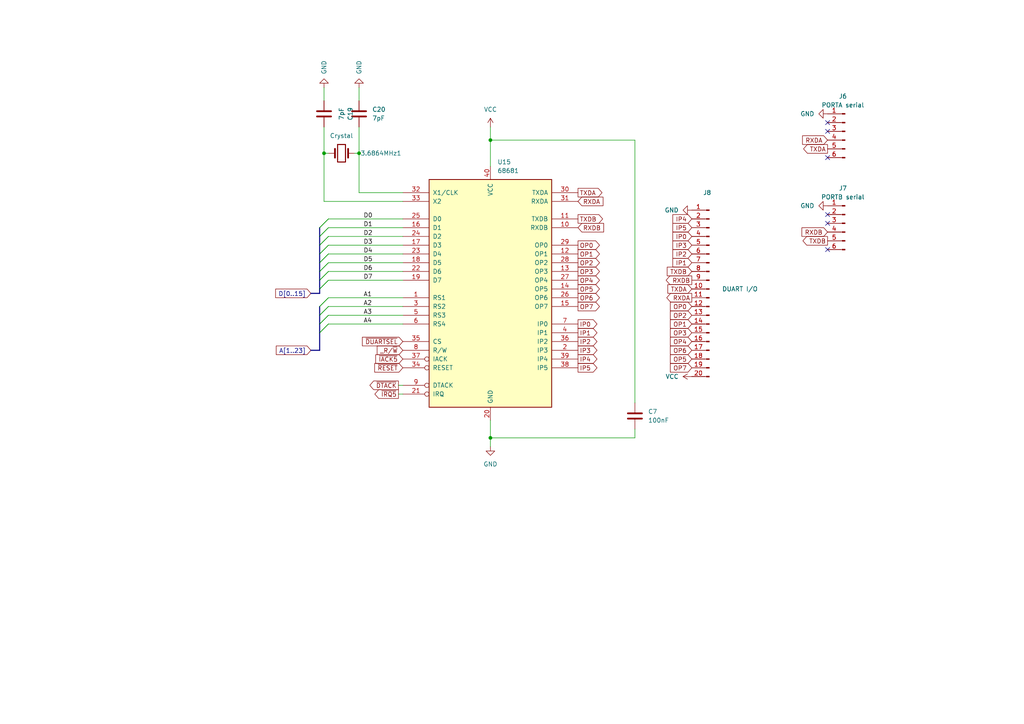
<source format=kicad_sch>
(kicad_sch (version 20230121) (generator eeschema)

  (uuid ed58ee71-e178-4887-af47-52c95b390a58)

  (paper "A4")

  (title_block
    (title "Mats Brorson 68010 SBC DUART 68681")
    (rev "1.0-alpha")
  )

  (lib_symbols
    (symbol "Connector:Conn_01x06_Pin" (pin_names (offset 1.016) hide) (in_bom yes) (on_board yes)
      (property "Reference" "J" (at 0 7.62 0)
        (effects (font (size 1.27 1.27)))
      )
      (property "Value" "Conn_01x06_Pin" (at 0 -10.16 0)
        (effects (font (size 1.27 1.27)))
      )
      (property "Footprint" "" (at 0 0 0)
        (effects (font (size 1.27 1.27)) hide)
      )
      (property "Datasheet" "~" (at 0 0 0)
        (effects (font (size 1.27 1.27)) hide)
      )
      (property "ki_locked" "" (at 0 0 0)
        (effects (font (size 1.27 1.27)))
      )
      (property "ki_keywords" "connector" (at 0 0 0)
        (effects (font (size 1.27 1.27)) hide)
      )
      (property "ki_description" "Generic connector, single row, 01x06, script generated" (at 0 0 0)
        (effects (font (size 1.27 1.27)) hide)
      )
      (property "ki_fp_filters" "Connector*:*_1x??_*" (at 0 0 0)
        (effects (font (size 1.27 1.27)) hide)
      )
      (symbol "Conn_01x06_Pin_1_1"
        (polyline
          (pts
            (xy 1.27 -7.62)
            (xy 0.8636 -7.62)
          )
          (stroke (width 0.1524) (type default))
          (fill (type none))
        )
        (polyline
          (pts
            (xy 1.27 -5.08)
            (xy 0.8636 -5.08)
          )
          (stroke (width 0.1524) (type default))
          (fill (type none))
        )
        (polyline
          (pts
            (xy 1.27 -2.54)
            (xy 0.8636 -2.54)
          )
          (stroke (width 0.1524) (type default))
          (fill (type none))
        )
        (polyline
          (pts
            (xy 1.27 0)
            (xy 0.8636 0)
          )
          (stroke (width 0.1524) (type default))
          (fill (type none))
        )
        (polyline
          (pts
            (xy 1.27 2.54)
            (xy 0.8636 2.54)
          )
          (stroke (width 0.1524) (type default))
          (fill (type none))
        )
        (polyline
          (pts
            (xy 1.27 5.08)
            (xy 0.8636 5.08)
          )
          (stroke (width 0.1524) (type default))
          (fill (type none))
        )
        (rectangle (start 0.8636 -7.493) (end 0 -7.747)
          (stroke (width 0.1524) (type default))
          (fill (type outline))
        )
        (rectangle (start 0.8636 -4.953) (end 0 -5.207)
          (stroke (width 0.1524) (type default))
          (fill (type outline))
        )
        (rectangle (start 0.8636 -2.413) (end 0 -2.667)
          (stroke (width 0.1524) (type default))
          (fill (type outline))
        )
        (rectangle (start 0.8636 0.127) (end 0 -0.127)
          (stroke (width 0.1524) (type default))
          (fill (type outline))
        )
        (rectangle (start 0.8636 2.667) (end 0 2.413)
          (stroke (width 0.1524) (type default))
          (fill (type outline))
        )
        (rectangle (start 0.8636 5.207) (end 0 4.953)
          (stroke (width 0.1524) (type default))
          (fill (type outline))
        )
        (pin passive line (at 5.08 5.08 180) (length 3.81)
          (name "Pin_1" (effects (font (size 1.27 1.27))))
          (number "1" (effects (font (size 1.27 1.27))))
        )
        (pin passive line (at 5.08 2.54 180) (length 3.81)
          (name "Pin_2" (effects (font (size 1.27 1.27))))
          (number "2" (effects (font (size 1.27 1.27))))
        )
        (pin passive line (at 5.08 0 180) (length 3.81)
          (name "Pin_3" (effects (font (size 1.27 1.27))))
          (number "3" (effects (font (size 1.27 1.27))))
        )
        (pin passive line (at 5.08 -2.54 180) (length 3.81)
          (name "Pin_4" (effects (font (size 1.27 1.27))))
          (number "4" (effects (font (size 1.27 1.27))))
        )
        (pin passive line (at 5.08 -5.08 180) (length 3.81)
          (name "Pin_5" (effects (font (size 1.27 1.27))))
          (number "5" (effects (font (size 1.27 1.27))))
        )
        (pin passive line (at 5.08 -7.62 180) (length 3.81)
          (name "Pin_6" (effects (font (size 1.27 1.27))))
          (number "6" (effects (font (size 1.27 1.27))))
        )
      )
    )
    (symbol "Connector:Conn_01x20_Pin" (pin_names (offset 1.016) hide) (in_bom yes) (on_board yes)
      (property "Reference" "J" (at 0 25.4 0)
        (effects (font (size 1.27 1.27)))
      )
      (property "Value" "Conn_01x20_Pin" (at 0 -27.94 0)
        (effects (font (size 1.27 1.27)))
      )
      (property "Footprint" "" (at 0 0 0)
        (effects (font (size 1.27 1.27)) hide)
      )
      (property "Datasheet" "~" (at 0 0 0)
        (effects (font (size 1.27 1.27)) hide)
      )
      (property "ki_locked" "" (at 0 0 0)
        (effects (font (size 1.27 1.27)))
      )
      (property "ki_keywords" "connector" (at 0 0 0)
        (effects (font (size 1.27 1.27)) hide)
      )
      (property "ki_description" "Generic connector, single row, 01x20, script generated" (at 0 0 0)
        (effects (font (size 1.27 1.27)) hide)
      )
      (property "ki_fp_filters" "Connector*:*_1x??_*" (at 0 0 0)
        (effects (font (size 1.27 1.27)) hide)
      )
      (symbol "Conn_01x20_Pin_1_1"
        (polyline
          (pts
            (xy 1.27 -25.4)
            (xy 0.8636 -25.4)
          )
          (stroke (width 0.1524) (type default))
          (fill (type none))
        )
        (polyline
          (pts
            (xy 1.27 -22.86)
            (xy 0.8636 -22.86)
          )
          (stroke (width 0.1524) (type default))
          (fill (type none))
        )
        (polyline
          (pts
            (xy 1.27 -20.32)
            (xy 0.8636 -20.32)
          )
          (stroke (width 0.1524) (type default))
          (fill (type none))
        )
        (polyline
          (pts
            (xy 1.27 -17.78)
            (xy 0.8636 -17.78)
          )
          (stroke (width 0.1524) (type default))
          (fill (type none))
        )
        (polyline
          (pts
            (xy 1.27 -15.24)
            (xy 0.8636 -15.24)
          )
          (stroke (width 0.1524) (type default))
          (fill (type none))
        )
        (polyline
          (pts
            (xy 1.27 -12.7)
            (xy 0.8636 -12.7)
          )
          (stroke (width 0.1524) (type default))
          (fill (type none))
        )
        (polyline
          (pts
            (xy 1.27 -10.16)
            (xy 0.8636 -10.16)
          )
          (stroke (width 0.1524) (type default))
          (fill (type none))
        )
        (polyline
          (pts
            (xy 1.27 -7.62)
            (xy 0.8636 -7.62)
          )
          (stroke (width 0.1524) (type default))
          (fill (type none))
        )
        (polyline
          (pts
            (xy 1.27 -5.08)
            (xy 0.8636 -5.08)
          )
          (stroke (width 0.1524) (type default))
          (fill (type none))
        )
        (polyline
          (pts
            (xy 1.27 -2.54)
            (xy 0.8636 -2.54)
          )
          (stroke (width 0.1524) (type default))
          (fill (type none))
        )
        (polyline
          (pts
            (xy 1.27 0)
            (xy 0.8636 0)
          )
          (stroke (width 0.1524) (type default))
          (fill (type none))
        )
        (polyline
          (pts
            (xy 1.27 2.54)
            (xy 0.8636 2.54)
          )
          (stroke (width 0.1524) (type default))
          (fill (type none))
        )
        (polyline
          (pts
            (xy 1.27 5.08)
            (xy 0.8636 5.08)
          )
          (stroke (width 0.1524) (type default))
          (fill (type none))
        )
        (polyline
          (pts
            (xy 1.27 7.62)
            (xy 0.8636 7.62)
          )
          (stroke (width 0.1524) (type default))
          (fill (type none))
        )
        (polyline
          (pts
            (xy 1.27 10.16)
            (xy 0.8636 10.16)
          )
          (stroke (width 0.1524) (type default))
          (fill (type none))
        )
        (polyline
          (pts
            (xy 1.27 12.7)
            (xy 0.8636 12.7)
          )
          (stroke (width 0.1524) (type default))
          (fill (type none))
        )
        (polyline
          (pts
            (xy 1.27 15.24)
            (xy 0.8636 15.24)
          )
          (stroke (width 0.1524) (type default))
          (fill (type none))
        )
        (polyline
          (pts
            (xy 1.27 17.78)
            (xy 0.8636 17.78)
          )
          (stroke (width 0.1524) (type default))
          (fill (type none))
        )
        (polyline
          (pts
            (xy 1.27 20.32)
            (xy 0.8636 20.32)
          )
          (stroke (width 0.1524) (type default))
          (fill (type none))
        )
        (polyline
          (pts
            (xy 1.27 22.86)
            (xy 0.8636 22.86)
          )
          (stroke (width 0.1524) (type default))
          (fill (type none))
        )
        (rectangle (start 0.8636 -25.273) (end 0 -25.527)
          (stroke (width 0.1524) (type default))
          (fill (type outline))
        )
        (rectangle (start 0.8636 -22.733) (end 0 -22.987)
          (stroke (width 0.1524) (type default))
          (fill (type outline))
        )
        (rectangle (start 0.8636 -20.193) (end 0 -20.447)
          (stroke (width 0.1524) (type default))
          (fill (type outline))
        )
        (rectangle (start 0.8636 -17.653) (end 0 -17.907)
          (stroke (width 0.1524) (type default))
          (fill (type outline))
        )
        (rectangle (start 0.8636 -15.113) (end 0 -15.367)
          (stroke (width 0.1524) (type default))
          (fill (type outline))
        )
        (rectangle (start 0.8636 -12.573) (end 0 -12.827)
          (stroke (width 0.1524) (type default))
          (fill (type outline))
        )
        (rectangle (start 0.8636 -10.033) (end 0 -10.287)
          (stroke (width 0.1524) (type default))
          (fill (type outline))
        )
        (rectangle (start 0.8636 -7.493) (end 0 -7.747)
          (stroke (width 0.1524) (type default))
          (fill (type outline))
        )
        (rectangle (start 0.8636 -4.953) (end 0 -5.207)
          (stroke (width 0.1524) (type default))
          (fill (type outline))
        )
        (rectangle (start 0.8636 -2.413) (end 0 -2.667)
          (stroke (width 0.1524) (type default))
          (fill (type outline))
        )
        (rectangle (start 0.8636 0.127) (end 0 -0.127)
          (stroke (width 0.1524) (type default))
          (fill (type outline))
        )
        (rectangle (start 0.8636 2.667) (end 0 2.413)
          (stroke (width 0.1524) (type default))
          (fill (type outline))
        )
        (rectangle (start 0.8636 5.207) (end 0 4.953)
          (stroke (width 0.1524) (type default))
          (fill (type outline))
        )
        (rectangle (start 0.8636 7.747) (end 0 7.493)
          (stroke (width 0.1524) (type default))
          (fill (type outline))
        )
        (rectangle (start 0.8636 10.287) (end 0 10.033)
          (stroke (width 0.1524) (type default))
          (fill (type outline))
        )
        (rectangle (start 0.8636 12.827) (end 0 12.573)
          (stroke (width 0.1524) (type default))
          (fill (type outline))
        )
        (rectangle (start 0.8636 15.367) (end 0 15.113)
          (stroke (width 0.1524) (type default))
          (fill (type outline))
        )
        (rectangle (start 0.8636 17.907) (end 0 17.653)
          (stroke (width 0.1524) (type default))
          (fill (type outline))
        )
        (rectangle (start 0.8636 20.447) (end 0 20.193)
          (stroke (width 0.1524) (type default))
          (fill (type outline))
        )
        (rectangle (start 0.8636 22.987) (end 0 22.733)
          (stroke (width 0.1524) (type default))
          (fill (type outline))
        )
        (pin passive line (at 5.08 22.86 180) (length 3.81)
          (name "Pin_1" (effects (font (size 1.27 1.27))))
          (number "1" (effects (font (size 1.27 1.27))))
        )
        (pin passive line (at 5.08 0 180) (length 3.81)
          (name "Pin_10" (effects (font (size 1.27 1.27))))
          (number "10" (effects (font (size 1.27 1.27))))
        )
        (pin passive line (at 5.08 -2.54 180) (length 3.81)
          (name "Pin_11" (effects (font (size 1.27 1.27))))
          (number "11" (effects (font (size 1.27 1.27))))
        )
        (pin passive line (at 5.08 -5.08 180) (length 3.81)
          (name "Pin_12" (effects (font (size 1.27 1.27))))
          (number "12" (effects (font (size 1.27 1.27))))
        )
        (pin passive line (at 5.08 -7.62 180) (length 3.81)
          (name "Pin_13" (effects (font (size 1.27 1.27))))
          (number "13" (effects (font (size 1.27 1.27))))
        )
        (pin passive line (at 5.08 -10.16 180) (length 3.81)
          (name "Pin_14" (effects (font (size 1.27 1.27))))
          (number "14" (effects (font (size 1.27 1.27))))
        )
        (pin passive line (at 5.08 -12.7 180) (length 3.81)
          (name "Pin_15" (effects (font (size 1.27 1.27))))
          (number "15" (effects (font (size 1.27 1.27))))
        )
        (pin passive line (at 5.08 -15.24 180) (length 3.81)
          (name "Pin_16" (effects (font (size 1.27 1.27))))
          (number "16" (effects (font (size 1.27 1.27))))
        )
        (pin passive line (at 5.08 -17.78 180) (length 3.81)
          (name "Pin_17" (effects (font (size 1.27 1.27))))
          (number "17" (effects (font (size 1.27 1.27))))
        )
        (pin passive line (at 5.08 -20.32 180) (length 3.81)
          (name "Pin_18" (effects (font (size 1.27 1.27))))
          (number "18" (effects (font (size 1.27 1.27))))
        )
        (pin passive line (at 5.08 -22.86 180) (length 3.81)
          (name "Pin_19" (effects (font (size 1.27 1.27))))
          (number "19" (effects (font (size 1.27 1.27))))
        )
        (pin passive line (at 5.08 20.32 180) (length 3.81)
          (name "Pin_2" (effects (font (size 1.27 1.27))))
          (number "2" (effects (font (size 1.27 1.27))))
        )
        (pin passive line (at 5.08 -25.4 180) (length 3.81)
          (name "Pin_20" (effects (font (size 1.27 1.27))))
          (number "20" (effects (font (size 1.27 1.27))))
        )
        (pin passive line (at 5.08 17.78 180) (length 3.81)
          (name "Pin_3" (effects (font (size 1.27 1.27))))
          (number "3" (effects (font (size 1.27 1.27))))
        )
        (pin passive line (at 5.08 15.24 180) (length 3.81)
          (name "Pin_4" (effects (font (size 1.27 1.27))))
          (number "4" (effects (font (size 1.27 1.27))))
        )
        (pin passive line (at 5.08 12.7 180) (length 3.81)
          (name "Pin_5" (effects (font (size 1.27 1.27))))
          (number "5" (effects (font (size 1.27 1.27))))
        )
        (pin passive line (at 5.08 10.16 180) (length 3.81)
          (name "Pin_6" (effects (font (size 1.27 1.27))))
          (number "6" (effects (font (size 1.27 1.27))))
        )
        (pin passive line (at 5.08 7.62 180) (length 3.81)
          (name "Pin_7" (effects (font (size 1.27 1.27))))
          (number "7" (effects (font (size 1.27 1.27))))
        )
        (pin passive line (at 5.08 5.08 180) (length 3.81)
          (name "Pin_8" (effects (font (size 1.27 1.27))))
          (number "8" (effects (font (size 1.27 1.27))))
        )
        (pin passive line (at 5.08 2.54 180) (length 3.81)
          (name "Pin_9" (effects (font (size 1.27 1.27))))
          (number "9" (effects (font (size 1.27 1.27))))
        )
      )
    )
    (symbol "Device:C" (pin_numbers hide) (pin_names (offset 0.254)) (in_bom yes) (on_board yes)
      (property "Reference" "C" (at 0.635 2.54 0)
        (effects (font (size 1.27 1.27)) (justify left))
      )
      (property "Value" "C" (at 0.635 -2.54 0)
        (effects (font (size 1.27 1.27)) (justify left))
      )
      (property "Footprint" "" (at 0.9652 -3.81 0)
        (effects (font (size 1.27 1.27)) hide)
      )
      (property "Datasheet" "~" (at 0 0 0)
        (effects (font (size 1.27 1.27)) hide)
      )
      (property "ki_keywords" "cap capacitor" (at 0 0 0)
        (effects (font (size 1.27 1.27)) hide)
      )
      (property "ki_description" "Unpolarized capacitor" (at 0 0 0)
        (effects (font (size 1.27 1.27)) hide)
      )
      (property "ki_fp_filters" "C_*" (at 0 0 0)
        (effects (font (size 1.27 1.27)) hide)
      )
      (symbol "C_0_1"
        (polyline
          (pts
            (xy -2.032 -0.762)
            (xy 2.032 -0.762)
          )
          (stroke (width 0.508) (type default))
          (fill (type none))
        )
        (polyline
          (pts
            (xy -2.032 0.762)
            (xy 2.032 0.762)
          )
          (stroke (width 0.508) (type default))
          (fill (type none))
        )
      )
      (symbol "C_1_1"
        (pin passive line (at 0 3.81 270) (length 2.794)
          (name "~" (effects (font (size 1.27 1.27))))
          (number "1" (effects (font (size 1.27 1.27))))
        )
        (pin passive line (at 0 -3.81 90) (length 2.794)
          (name "~" (effects (font (size 1.27 1.27))))
          (number "2" (effects (font (size 1.27 1.27))))
        )
      )
    )
    (symbol "Device:Crystal" (pin_numbers hide) (pin_names (offset 1.016) hide) (in_bom yes) (on_board yes)
      (property "Reference" "Y" (at 0 3.81 0)
        (effects (font (size 1.27 1.27)))
      )
      (property "Value" "Crystal" (at 0 -3.81 0)
        (effects (font (size 1.27 1.27)))
      )
      (property "Footprint" "" (at 0 0 0)
        (effects (font (size 1.27 1.27)) hide)
      )
      (property "Datasheet" "~" (at 0 0 0)
        (effects (font (size 1.27 1.27)) hide)
      )
      (property "ki_keywords" "quartz ceramic resonator oscillator" (at 0 0 0)
        (effects (font (size 1.27 1.27)) hide)
      )
      (property "ki_description" "Two pin crystal" (at 0 0 0)
        (effects (font (size 1.27 1.27)) hide)
      )
      (property "ki_fp_filters" "Crystal*" (at 0 0 0)
        (effects (font (size 1.27 1.27)) hide)
      )
      (symbol "Crystal_0_1"
        (rectangle (start -1.143 2.54) (end 1.143 -2.54)
          (stroke (width 0.3048) (type default))
          (fill (type none))
        )
        (polyline
          (pts
            (xy -2.54 0)
            (xy -1.905 0)
          )
          (stroke (width 0) (type default))
          (fill (type none))
        )
        (polyline
          (pts
            (xy -1.905 -1.27)
            (xy -1.905 1.27)
          )
          (stroke (width 0.508) (type default))
          (fill (type none))
        )
        (polyline
          (pts
            (xy 1.905 -1.27)
            (xy 1.905 1.27)
          )
          (stroke (width 0.508) (type default))
          (fill (type none))
        )
        (polyline
          (pts
            (xy 2.54 0)
            (xy 1.905 0)
          )
          (stroke (width 0) (type default))
          (fill (type none))
        )
      )
      (symbol "Crystal_1_1"
        (pin passive line (at -3.81 0 0) (length 1.27)
          (name "1" (effects (font (size 1.27 1.27))))
          (number "1" (effects (font (size 1.27 1.27))))
        )
        (pin passive line (at 3.81 0 180) (length 1.27)
          (name "2" (effects (font (size 1.27 1.27))))
          (number "2" (effects (font (size 1.27 1.27))))
        )
      )
    )
    (symbol "Interface:68681" (pin_names (offset 1.016)) (in_bom yes) (on_board yes)
      (property "Reference" "U" (at 0 3.81 0)
        (effects (font (size 1.27 1.27)))
      )
      (property "Value" "68681" (at 0 -2.54 0)
        (effects (font (size 1.27 1.27)))
      )
      (property "Footprint" "" (at 0 0 0)
        (effects (font (size 1.27 1.27)) hide)
      )
      (property "Datasheet" "" (at 0 0 0)
        (effects (font (size 1.27 1.27)) hide)
      )
      (property "ki_keywords" "MPRO" (at 0 0 0)
        (effects (font (size 1.27 1.27)) hide)
      )
      (property "ki_description" "Interface serie 2 voies + 1 port parallele" (at 0 0 0)
        (effects (font (size 1.27 1.27)) hide)
      )
      (symbol "68681_0_1"
        (rectangle (start -17.78 -31.75) (end 17.78 34.29)
          (stroke (width 0.254) (type default))
          (fill (type background))
        )
      )
      (symbol "68681_1_1"
        (pin input line (at -25.4 0 0) (length 7.62)
          (name "RS1" (effects (font (size 1.27 1.27))))
          (number "1" (effects (font (size 1.27 1.27))))
        )
        (pin input line (at 25.4 20.32 180) (length 7.62)
          (name "RXDB" (effects (font (size 1.27 1.27))))
          (number "10" (effects (font (size 1.27 1.27))))
        )
        (pin output line (at 25.4 22.86 180) (length 7.62)
          (name "TXDB" (effects (font (size 1.27 1.27))))
          (number "11" (effects (font (size 1.27 1.27))))
        )
        (pin output line (at 25.4 12.7 180) (length 7.62)
          (name "OP1" (effects (font (size 1.27 1.27))))
          (number "12" (effects (font (size 1.27 1.27))))
        )
        (pin output line (at 25.4 7.62 180) (length 7.62)
          (name "OP3" (effects (font (size 1.27 1.27))))
          (number "13" (effects (font (size 1.27 1.27))))
        )
        (pin output line (at 25.4 2.54 180) (length 7.62)
          (name "OP5" (effects (font (size 1.27 1.27))))
          (number "14" (effects (font (size 1.27 1.27))))
        )
        (pin output line (at 25.4 -2.54 180) (length 7.62)
          (name "OP7" (effects (font (size 1.27 1.27))))
          (number "15" (effects (font (size 1.27 1.27))))
        )
        (pin tri_state line (at -25.4 20.32 0) (length 7.62)
          (name "D1" (effects (font (size 1.27 1.27))))
          (number "16" (effects (font (size 1.27 1.27))))
        )
        (pin tri_state line (at -25.4 15.24 0) (length 7.62)
          (name "D3" (effects (font (size 1.27 1.27))))
          (number "17" (effects (font (size 1.27 1.27))))
        )
        (pin tri_state line (at -25.4 10.16 0) (length 7.62)
          (name "D5" (effects (font (size 1.27 1.27))))
          (number "18" (effects (font (size 1.27 1.27))))
        )
        (pin tri_state line (at -25.4 5.08 0) (length 7.62)
          (name "D7" (effects (font (size 1.27 1.27))))
          (number "19" (effects (font (size 1.27 1.27))))
        )
        (pin input line (at 25.4 -15.24 180) (length 7.62)
          (name "IP3" (effects (font (size 1.27 1.27))))
          (number "2" (effects (font (size 1.27 1.27))))
        )
        (pin power_in line (at 0 -35.56 90) (length 3.81)
          (name "GND" (effects (font (size 1.27 1.27))))
          (number "20" (effects (font (size 1.27 1.27))))
        )
        (pin output inverted (at -25.4 -27.94 0) (length 7.62)
          (name "IRQ" (effects (font (size 1.27 1.27))))
          (number "21" (effects (font (size 1.27 1.27))))
        )
        (pin tri_state line (at -25.4 7.62 0) (length 7.62)
          (name "D6" (effects (font (size 1.27 1.27))))
          (number "22" (effects (font (size 1.27 1.27))))
        )
        (pin tri_state line (at -25.4 12.7 0) (length 7.62)
          (name "D4" (effects (font (size 1.27 1.27))))
          (number "23" (effects (font (size 1.27 1.27))))
        )
        (pin tri_state line (at -25.4 17.78 0) (length 7.62)
          (name "D2" (effects (font (size 1.27 1.27))))
          (number "24" (effects (font (size 1.27 1.27))))
        )
        (pin tri_state line (at -25.4 22.86 0) (length 7.62)
          (name "D0" (effects (font (size 1.27 1.27))))
          (number "25" (effects (font (size 1.27 1.27))))
        )
        (pin output line (at 25.4 0 180) (length 7.62)
          (name "OP6" (effects (font (size 1.27 1.27))))
          (number "26" (effects (font (size 1.27 1.27))))
        )
        (pin output line (at 25.4 5.08 180) (length 7.62)
          (name "OP4" (effects (font (size 1.27 1.27))))
          (number "27" (effects (font (size 1.27 1.27))))
        )
        (pin output line (at 25.4 10.16 180) (length 7.62)
          (name "OP2" (effects (font (size 1.27 1.27))))
          (number "28" (effects (font (size 1.27 1.27))))
        )
        (pin output line (at 25.4 15.24 180) (length 7.62)
          (name "OP0" (effects (font (size 1.27 1.27))))
          (number "29" (effects (font (size 1.27 1.27))))
        )
        (pin input line (at -25.4 -2.54 0) (length 7.62)
          (name "RS2" (effects (font (size 1.27 1.27))))
          (number "3" (effects (font (size 1.27 1.27))))
        )
        (pin output line (at 25.4 30.48 180) (length 7.62)
          (name "TXDA" (effects (font (size 1.27 1.27))))
          (number "30" (effects (font (size 1.27 1.27))))
        )
        (pin input line (at 25.4 27.94 180) (length 7.62)
          (name "RXDA" (effects (font (size 1.27 1.27))))
          (number "31" (effects (font (size 1.27 1.27))))
        )
        (pin input line (at -25.4 30.48 0) (length 7.62)
          (name "X1/CLK" (effects (font (size 1.27 1.27))))
          (number "32" (effects (font (size 1.27 1.27))))
        )
        (pin input line (at -25.4 27.94 0) (length 7.62)
          (name "X2" (effects (font (size 1.27 1.27))))
          (number "33" (effects (font (size 1.27 1.27))))
        )
        (pin input inverted (at -25.4 -20.32 0) (length 7.62)
          (name "RESET" (effects (font (size 1.27 1.27))))
          (number "34" (effects (font (size 1.27 1.27))))
        )
        (pin input line (at -25.4 -12.7 0) (length 7.62)
          (name "CS" (effects (font (size 1.27 1.27))))
          (number "35" (effects (font (size 1.27 1.27))))
        )
        (pin input line (at 25.4 -12.7 180) (length 7.62)
          (name "IP2" (effects (font (size 1.27 1.27))))
          (number "36" (effects (font (size 1.27 1.27))))
        )
        (pin input inverted (at -25.4 -17.78 0) (length 7.62)
          (name "IACK" (effects (font (size 1.27 1.27))))
          (number "37" (effects (font (size 1.27 1.27))))
        )
        (pin input line (at 25.4 -20.32 180) (length 7.62)
          (name "IP5" (effects (font (size 1.27 1.27))))
          (number "38" (effects (font (size 1.27 1.27))))
        )
        (pin input line (at 25.4 -17.78 180) (length 7.62)
          (name "IP4" (effects (font (size 1.27 1.27))))
          (number "39" (effects (font (size 1.27 1.27))))
        )
        (pin input line (at 25.4 -10.16 180) (length 7.62)
          (name "IP1" (effects (font (size 1.27 1.27))))
          (number "4" (effects (font (size 1.27 1.27))))
        )
        (pin power_in line (at 0 38.1 270) (length 3.81)
          (name "VCC" (effects (font (size 1.27 1.27))))
          (number "40" (effects (font (size 1.27 1.27))))
        )
        (pin input line (at -25.4 -5.08 0) (length 7.62)
          (name "RS3" (effects (font (size 1.27 1.27))))
          (number "5" (effects (font (size 1.27 1.27))))
        )
        (pin input line (at -25.4 -7.62 0) (length 7.62)
          (name "RS4" (effects (font (size 1.27 1.27))))
          (number "6" (effects (font (size 1.27 1.27))))
        )
        (pin input line (at 25.4 -7.62 180) (length 7.62)
          (name "IP0" (effects (font (size 1.27 1.27))))
          (number "7" (effects (font (size 1.27 1.27))))
        )
        (pin input line (at -25.4 -15.24 0) (length 7.62)
          (name "R/W" (effects (font (size 1.27 1.27))))
          (number "8" (effects (font (size 1.27 1.27))))
        )
        (pin open_collector inverted (at -25.4 -25.4 0) (length 7.62)
          (name "DTACK" (effects (font (size 1.27 1.27))))
          (number "9" (effects (font (size 1.27 1.27))))
        )
      )
    )
    (symbol "power:GND" (power) (pin_names (offset 0)) (in_bom yes) (on_board yes)
      (property "Reference" "#PWR" (at 0 -6.35 0)
        (effects (font (size 1.27 1.27)) hide)
      )
      (property "Value" "GND" (at 0 -3.81 0)
        (effects (font (size 1.27 1.27)))
      )
      (property "Footprint" "" (at 0 0 0)
        (effects (font (size 1.27 1.27)) hide)
      )
      (property "Datasheet" "" (at 0 0 0)
        (effects (font (size 1.27 1.27)) hide)
      )
      (property "ki_keywords" "global power" (at 0 0 0)
        (effects (font (size 1.27 1.27)) hide)
      )
      (property "ki_description" "Power symbol creates a global label with name \"GND\" , ground" (at 0 0 0)
        (effects (font (size 1.27 1.27)) hide)
      )
      (symbol "GND_0_1"
        (polyline
          (pts
            (xy 0 0)
            (xy 0 -1.27)
            (xy 1.27 -1.27)
            (xy 0 -2.54)
            (xy -1.27 -1.27)
            (xy 0 -1.27)
          )
          (stroke (width 0) (type default))
          (fill (type none))
        )
      )
      (symbol "GND_1_1"
        (pin power_in line (at 0 0 270) (length 0) hide
          (name "GND" (effects (font (size 1.27 1.27))))
          (number "1" (effects (font (size 1.27 1.27))))
        )
      )
    )
    (symbol "power:VCC" (power) (pin_names (offset 0)) (in_bom yes) (on_board yes)
      (property "Reference" "#PWR" (at 0 -3.81 0)
        (effects (font (size 1.27 1.27)) hide)
      )
      (property "Value" "VCC" (at 0 3.81 0)
        (effects (font (size 1.27 1.27)))
      )
      (property "Footprint" "" (at 0 0 0)
        (effects (font (size 1.27 1.27)) hide)
      )
      (property "Datasheet" "" (at 0 0 0)
        (effects (font (size 1.27 1.27)) hide)
      )
      (property "ki_keywords" "global power" (at 0 0 0)
        (effects (font (size 1.27 1.27)) hide)
      )
      (property "ki_description" "Power symbol creates a global label with name \"VCC\"" (at 0 0 0)
        (effects (font (size 1.27 1.27)) hide)
      )
      (symbol "VCC_0_1"
        (polyline
          (pts
            (xy -0.762 1.27)
            (xy 0 2.54)
          )
          (stroke (width 0) (type default))
          (fill (type none))
        )
        (polyline
          (pts
            (xy 0 0)
            (xy 0 2.54)
          )
          (stroke (width 0) (type default))
          (fill (type none))
        )
        (polyline
          (pts
            (xy 0 2.54)
            (xy 0.762 1.27)
          )
          (stroke (width 0) (type default))
          (fill (type none))
        )
      )
      (symbol "VCC_1_1"
        (pin power_in line (at 0 0 90) (length 0) hide
          (name "VCC" (effects (font (size 1.27 1.27))))
          (number "1" (effects (font (size 1.27 1.27))))
        )
      )
    )
  )

  (junction (at 142.24 127) (diameter 0) (color 0 0 0 0)
    (uuid 51754ef3-9cb8-415c-8377-6a7cfe36fda6)
  )
  (junction (at 93.98 44.45) (diameter 0) (color 0 0 0 0)
    (uuid 9bd4373d-7870-44b7-b46e-9b6f4da79a8e)
  )
  (junction (at 142.24 40.64) (diameter 0) (color 0 0 0 0)
    (uuid bd6bc612-17df-4050-9b95-a930608ba915)
  )
  (junction (at 104.14 44.45) (diameter 0) (color 0 0 0 0)
    (uuid cbfaed5e-663a-4fdf-b91a-f092ddd30c12)
  )

  (no_connect (at 240.03 45.72) (uuid 287e517a-dce9-4d2f-b878-cdce1b79b024))
  (no_connect (at 240.03 62.23) (uuid 3eb6580f-7e1e-47c0-a730-b74639b0e710))
  (no_connect (at 240.03 72.39) (uuid b5068487-8fd0-4372-b441-7c8b46aee9ed))
  (no_connect (at 240.03 35.56) (uuid ca936c0e-f307-461c-99ee-71ba5cbb0588))
  (no_connect (at 240.03 38.1) (uuid eed9dc79-4f11-4c57-bd91-fc6c09a4b3d4))
  (no_connect (at 240.03 64.77) (uuid f900a0d2-5f1e-4c22-923d-d02ce1a1f7d6))

  (bus_entry (at 92.71 83.82) (size 2.54 -2.54)
    (stroke (width 0) (type default))
    (uuid 055dfdba-1cd2-4aeb-aef5-5f4eb9fe0cc0)
  )
  (bus_entry (at 92.71 81.28) (size 2.54 -2.54)
    (stroke (width 0) (type default))
    (uuid 0c457064-e3ff-4e03-ba11-cb57f5656375)
  )
  (bus_entry (at 92.71 88.9) (size 2.54 -2.54)
    (stroke (width 0) (type default))
    (uuid 16874aad-1b4f-436b-9a71-ae24a81aad85)
  )
  (bus_entry (at 92.71 68.58) (size 2.54 -2.54)
    (stroke (width 0) (type default))
    (uuid 3e654155-8423-47d7-a6c7-42a77b10095d)
  )
  (bus_entry (at 92.71 78.74) (size 2.54 -2.54)
    (stroke (width 0) (type default))
    (uuid 5d31f058-3460-404d-959e-636f88044144)
  )
  (bus_entry (at 92.71 73.66) (size 2.54 -2.54)
    (stroke (width 0) (type default))
    (uuid 5e7b8a08-2da1-4048-b9e3-f2452fad6277)
  )
  (bus_entry (at 92.71 83.82) (size 2.54 -2.54)
    (stroke (width 0) (type default))
    (uuid 609bdfef-1630-4eab-a8d5-ba74e015491b)
  )
  (bus_entry (at 92.71 73.66) (size 2.54 -2.54)
    (stroke (width 0) (type default))
    (uuid 6e02680b-0b87-47eb-8667-27e8bd4aabb4)
  )
  (bus_entry (at 92.71 71.12) (size 2.54 -2.54)
    (stroke (width 0) (type default))
    (uuid 825b21a7-db50-4c0d-81c3-4ee6f70a0bf1)
  )
  (bus_entry (at 92.71 66.04) (size 2.54 -2.54)
    (stroke (width 0) (type default))
    (uuid 91e0cb93-719d-4574-ac41-dd22d4c77872)
  )
  (bus_entry (at 92.71 93.98) (size 2.54 -2.54)
    (stroke (width 0) (type default))
    (uuid 9c5c171e-3932-4096-b796-f495ef493082)
  )
  (bus_entry (at 92.71 91.44) (size 2.54 -2.54)
    (stroke (width 0) (type default))
    (uuid a68c73ad-bd4c-4f73-9fbd-b26dcaf38e3c)
  )
  (bus_entry (at 92.71 96.52) (size 2.54 -2.54)
    (stroke (width 0) (type default))
    (uuid c469e9d6-06d5-4332-8eb0-c20f2fbaa876)
  )
  (bus_entry (at 92.71 81.28) (size 2.54 -2.54)
    (stroke (width 0) (type default))
    (uuid c6be30cc-ad67-4d92-86a5-b34357c4dd43)
  )
  (bus_entry (at 92.71 76.2) (size 2.54 -2.54)
    (stroke (width 0) (type default))
    (uuid cd154399-eff0-48c2-b0d2-abf6596dfcb2)
  )
  (bus_entry (at 92.71 96.52) (size 2.54 -2.54)
    (stroke (width 0) (type default))
    (uuid cf3cc8d9-168a-4c6b-a832-4ab46044aaa0)
  )
  (bus_entry (at 92.71 93.98) (size 2.54 -2.54)
    (stroke (width 0) (type default))
    (uuid d337b24a-46e2-4311-822a-238c646742ba)
  )
  (bus_entry (at 92.71 78.74) (size 2.54 -2.54)
    (stroke (width 0) (type default))
    (uuid d44deb91-f1ba-4b2a-b95f-feeb66667070)
  )
  (bus_entry (at 92.71 91.44) (size 2.54 -2.54)
    (stroke (width 0) (type default))
    (uuid d74f98ca-eb53-4f02-8551-9a49680da863)
  )
  (bus_entry (at 92.71 76.2) (size 2.54 -2.54)
    (stroke (width 0) (type default))
    (uuid dab34086-1f2b-43ae-b931-98b16e7b8705)
  )
  (bus_entry (at 92.71 68.58) (size 2.54 -2.54)
    (stroke (width 0) (type default))
    (uuid e48fc5fe-d233-4997-99ff-559999b37db3)
  )
  (bus_entry (at 92.71 66.04) (size 2.54 -2.54)
    (stroke (width 0) (type default))
    (uuid f0f22e52-d426-457d-95ad-c9d46c6467ec)
  )
  (bus_entry (at 92.71 71.12) (size 2.54 -2.54)
    (stroke (width 0) (type default))
    (uuid f99f1dda-30ad-446c-a115-d69e03bbdb66)
  )
  (bus_entry (at 92.71 88.9) (size 2.54 -2.54)
    (stroke (width 0) (type default))
    (uuid fe1679a6-a58a-4042-8ac2-ebd2ae429e50)
  )

  (wire (pts (xy 116.84 58.42) (xy 93.98 58.42))
    (stroke (width 0) (type default))
    (uuid 11f6b9ff-8882-4804-b2ff-eb5621b33975)
  )
  (wire (pts (xy 184.15 127) (xy 142.24 127))
    (stroke (width 0) (type default))
    (uuid 16ee330a-56d8-4811-8d1e-51f56f39a427)
  )
  (wire (pts (xy 93.98 44.45) (xy 95.25 44.45))
    (stroke (width 0) (type default))
    (uuid 1a8670b6-8fff-48ce-9983-0e902414f494)
  )
  (wire (pts (xy 95.25 76.2) (xy 116.84 76.2))
    (stroke (width 0) (type default))
    (uuid 1d51b507-2328-4c69-9d0c-9094f1b7d0f7)
  )
  (wire (pts (xy 116.84 55.88) (xy 104.14 55.88))
    (stroke (width 0) (type default))
    (uuid 30e9be8b-aa30-44c9-825e-2657a8464832)
  )
  (wire (pts (xy 95.25 81.28) (xy 116.84 81.28))
    (stroke (width 0) (type default))
    (uuid 32dcb7f5-16d5-4780-a579-22af30bec669)
  )
  (bus (pts (xy 90.17 85.09) (xy 92.71 85.09))
    (stroke (width 0) (type default))
    (uuid 35bf5c2a-aa6b-4949-b700-a840351cea86)
  )
  (bus (pts (xy 92.71 81.28) (xy 92.71 83.82))
    (stroke (width 0) (type default))
    (uuid 3694c3f7-574f-4724-8b0d-ea6c2eb92c09)
  )
  (bus (pts (xy 90.17 101.6) (xy 92.71 101.6))
    (stroke (width 0) (type default))
    (uuid 37878d6b-73d3-432b-955d-13e4aafb2918)
  )

  (wire (pts (xy 142.24 127) (xy 142.24 129.54))
    (stroke (width 0) (type default))
    (uuid 37b436ec-92b9-4988-a7dc-0155818e108e)
  )
  (wire (pts (xy 95.25 63.5) (xy 116.84 63.5))
    (stroke (width 0) (type default))
    (uuid 39073e32-4acc-4f18-aa52-280fae1b9d27)
  )
  (bus (pts (xy 92.71 88.9) (xy 92.71 91.44))
    (stroke (width 0) (type default))
    (uuid 421f9388-da7e-4bd0-95cf-f55422123b24)
  )

  (wire (pts (xy 115.57 114.3) (xy 116.84 114.3))
    (stroke (width 0) (type default))
    (uuid 4773f91a-0c5b-4952-9fd3-887b053bb218)
  )
  (wire (pts (xy 95.25 86.36) (xy 116.84 86.36))
    (stroke (width 0) (type default))
    (uuid 47a3d210-94f0-4624-a414-17ec1c81a742)
  )
  (bus (pts (xy 92.71 73.66) (xy 92.71 76.2))
    (stroke (width 0) (type default))
    (uuid 4870bc46-6416-4ce8-a819-47ad98440d8b)
  )

  (wire (pts (xy 115.57 111.76) (xy 116.84 111.76))
    (stroke (width 0) (type default))
    (uuid 5584b650-ca81-4496-a6ea-5263fddd64a8)
  )
  (wire (pts (xy 95.25 66.04) (xy 116.84 66.04))
    (stroke (width 0) (type default))
    (uuid 5f1ae146-0821-4161-8d0f-588ba659ae69)
  )
  (wire (pts (xy 93.98 25.4) (xy 93.98 29.21))
    (stroke (width 0) (type default))
    (uuid 6202320f-7f2b-4b63-b6da-e12f6d12030f)
  )
  (wire (pts (xy 95.25 73.66) (xy 116.84 73.66))
    (stroke (width 0) (type default))
    (uuid 6f953a32-a7de-4b13-801c-b230413cf901)
  )
  (wire (pts (xy 95.25 68.58) (xy 116.84 68.58))
    (stroke (width 0) (type default))
    (uuid 735a85d6-349e-4633-900d-319b34985f44)
  )
  (bus (pts (xy 92.71 96.52) (xy 92.71 101.6))
    (stroke (width 0) (type default))
    (uuid 7eed7c99-6e67-4f31-aee7-66aef4f20b25)
  )

  (wire (pts (xy 184.15 124.46) (xy 184.15 127))
    (stroke (width 0) (type default))
    (uuid 7eff465d-2591-42e5-8881-d1c45268cb05)
  )
  (wire (pts (xy 142.24 40.64) (xy 142.24 48.26))
    (stroke (width 0) (type default))
    (uuid 80637c4b-c074-472d-a664-5f1ea64bfc71)
  )
  (bus (pts (xy 92.71 83.82) (xy 92.71 85.09))
    (stroke (width 0) (type default))
    (uuid 8695c219-0636-4d07-8a2d-264890218c67)
  )
  (bus (pts (xy 92.71 76.2) (xy 92.71 78.74))
    (stroke (width 0) (type default))
    (uuid 86d791f0-80f9-48fd-a126-04cd002be5b5)
  )

  (wire (pts (xy 104.14 36.83) (xy 104.14 44.45))
    (stroke (width 0) (type default))
    (uuid 89b7aa51-f5d3-4b8c-967e-4b868c2d4c5b)
  )
  (wire (pts (xy 184.15 116.84) (xy 184.15 40.64))
    (stroke (width 0) (type default))
    (uuid 8b1e290b-d1b2-4b2d-8953-8543107ca2cc)
  )
  (wire (pts (xy 142.24 121.92) (xy 142.24 127))
    (stroke (width 0) (type default))
    (uuid 9c51881f-f60c-4032-a6b9-b71e9ad7e7a3)
  )
  (wire (pts (xy 104.14 25.4) (xy 104.14 29.21))
    (stroke (width 0) (type default))
    (uuid 9fad9580-e442-4968-9992-04422e5d7e61)
  )
  (wire (pts (xy 184.15 40.64) (xy 142.24 40.64))
    (stroke (width 0) (type default))
    (uuid a003c003-867a-4d39-994a-e2717c15fa7c)
  )
  (wire (pts (xy 142.24 36.83) (xy 142.24 40.64))
    (stroke (width 0) (type default))
    (uuid a50e931c-9cd7-4983-af1d-879b8784a887)
  )
  (bus (pts (xy 92.71 66.04) (xy 92.71 68.58))
    (stroke (width 0) (type default))
    (uuid a59f5e3e-c918-41b5-8bb7-38a0d22e113b)
  )
  (bus (pts (xy 92.71 78.74) (xy 92.71 81.28))
    (stroke (width 0) (type default))
    (uuid b16bc761-3b29-4488-ae26-720cab4de6b5)
  )
  (bus (pts (xy 92.71 71.12) (xy 92.71 73.66))
    (stroke (width 0) (type default))
    (uuid b22a20c3-3bea-44d0-977b-64746532e5ea)
  )
  (bus (pts (xy 92.71 68.58) (xy 92.71 71.12))
    (stroke (width 0) (type default))
    (uuid bacba027-f5d1-4c1b-b39c-9e3c25eb9687)
  )

  (wire (pts (xy 93.98 44.45) (xy 93.98 58.42))
    (stroke (width 0) (type default))
    (uuid c1a37d8b-cca0-4817-85e7-90ed84eabd88)
  )
  (wire (pts (xy 95.25 78.74) (xy 116.84 78.74))
    (stroke (width 0) (type default))
    (uuid c3e2debc-0a52-4b26-8af8-bd30c306f3ea)
  )
  (wire (pts (xy 104.14 44.45) (xy 104.14 55.88))
    (stroke (width 0) (type default))
    (uuid cdf04788-04f7-417b-8583-e713692a2e82)
  )
  (bus (pts (xy 92.71 93.98) (xy 92.71 96.52))
    (stroke (width 0) (type default))
    (uuid ce3a1cc2-dfa6-4df9-b4fd-5d9e9af8c8d6)
  )

  (wire (pts (xy 93.98 36.83) (xy 93.98 44.45))
    (stroke (width 0) (type default))
    (uuid e3f67e87-b2a9-4ccb-8734-e9cd93050b53)
  )
  (wire (pts (xy 95.25 88.9) (xy 116.84 88.9))
    (stroke (width 0) (type default))
    (uuid e40e1fa4-82dd-4195-9de3-20027e8f2e98)
  )
  (bus (pts (xy 92.71 91.44) (xy 92.71 93.98))
    (stroke (width 0) (type default))
    (uuid e423d72d-e685-468a-9c66-12bd75584c11)
  )

  (wire (pts (xy 95.25 93.98) (xy 116.84 93.98))
    (stroke (width 0) (type default))
    (uuid ecc77be2-f442-46e2-b278-bb6e251e800e)
  )
  (wire (pts (xy 95.25 71.12) (xy 116.84 71.12))
    (stroke (width 0) (type default))
    (uuid f078be38-2e5b-4b60-9568-fad323768002)
  )
  (wire (pts (xy 95.25 91.44) (xy 116.84 91.44))
    (stroke (width 0) (type default))
    (uuid f603d44c-f832-4db2-8c4b-5607b0d7643d)
  )
  (wire (pts (xy 104.14 44.45) (xy 102.87 44.45))
    (stroke (width 0) (type default))
    (uuid f994f8be-8aa7-4a90-a7b4-f5dee0e897be)
  )

  (label "D5" (at 105.41 76.2 0) (fields_autoplaced)
    (effects (font (size 1.27 1.27)) (justify left bottom))
    (uuid 240c8049-9f96-45e1-bc85-49ce0eca5057)
  )
  (label "D6" (at 105.41 78.74 0) (fields_autoplaced)
    (effects (font (size 1.27 1.27)) (justify left bottom))
    (uuid 3794a242-9a80-4998-b1bd-a8a50f0d7922)
  )
  (label "A3" (at 105.41 91.44 0) (fields_autoplaced)
    (effects (font (size 1.27 1.27)) (justify left bottom))
    (uuid 3ad5c152-3dd3-4d25-b3cc-5c3f5f43cb4a)
  )
  (label "A1" (at 105.41 86.36 0) (fields_autoplaced)
    (effects (font (size 1.27 1.27)) (justify left bottom))
    (uuid 47c52277-fb30-48cc-953d-7f11b12ed449)
  )
  (label "D3" (at 105.41 71.12 0) (fields_autoplaced)
    (effects (font (size 1.27 1.27)) (justify left bottom))
    (uuid 5152d67d-1a2a-44b3-bf64-3b44e2404840)
  )
  (label "D2" (at 105.41 68.58 0) (fields_autoplaced)
    (effects (font (size 1.27 1.27)) (justify left bottom))
    (uuid 56ac2620-d50d-4f80-a40c-33542ac10db6)
  )
  (label "A4" (at 105.41 93.98 0) (fields_autoplaced)
    (effects (font (size 1.27 1.27)) (justify left bottom))
    (uuid 70b512e5-eaa3-4513-8f40-675ba462b47a)
  )
  (label "A2" (at 105.41 88.9 0) (fields_autoplaced)
    (effects (font (size 1.27 1.27)) (justify left bottom))
    (uuid 9d52f1fc-a468-44a7-a108-16248d444f5e)
  )
  (label "D1" (at 105.41 66.04 0) (fields_autoplaced)
    (effects (font (size 1.27 1.27)) (justify left bottom))
    (uuid aad4704d-c042-496d-ad98-1ddd77c73c0c)
  )
  (label "D7" (at 105.41 81.28 0) (fields_autoplaced)
    (effects (font (size 1.27 1.27)) (justify left bottom))
    (uuid ca778c44-fd14-4784-b4d5-6ceffdb8fe06)
  )
  (label "D0" (at 105.41 63.5 0) (fields_autoplaced)
    (effects (font (size 1.27 1.27)) (justify left bottom))
    (uuid eb69c140-ccbf-4aad-a70a-e095e0e6db73)
  )
  (label "D4" (at 105.41 73.66 0) (fields_autoplaced)
    (effects (font (size 1.27 1.27)) (justify left bottom))
    (uuid ecb0639c-64f5-41dd-bb01-d9e504d1276e)
  )

  (global_label "IP2" (shape output) (at 167.64 99.06 0) (fields_autoplaced)
    (effects (font (size 1.27 1.27)) (justify left))
    (uuid 00a18eca-5dc2-4963-bffb-b44b376b5bfd)
    (property "Intersheetrefs" "${INTERSHEET_REFS}" (at 173.6301 99.06 0)
      (effects (font (size 1.27 1.27)) (justify left) hide)
    )
  )
  (global_label "RXDB" (shape input) (at 167.64 66.04 0) (fields_autoplaced)
    (effects (font (size 1.27 1.27)) (justify left))
    (uuid 0254ae6f-0306-4dce-92a5-6e1d7b9a1738)
    (property "Intersheetrefs" "${INTERSHEET_REFS}" (at 175.5653 66.04 0)
      (effects (font (size 1.27 1.27)) (justify left) hide)
    )
  )
  (global_label "IP3" (shape input) (at 200.66 71.12 180) (fields_autoplaced)
    (effects (font (size 1.27 1.27)) (justify right))
    (uuid 122a2957-6472-4b51-a4b9-d328b9854e58)
    (property "Intersheetrefs" "${INTERSHEET_REFS}" (at 194.6699 71.12 0)
      (effects (font (size 1.27 1.27)) (justify right) hide)
    )
  )
  (global_label "IP5" (shape input) (at 200.66 66.04 180) (fields_autoplaced)
    (effects (font (size 1.27 1.27)) (justify right))
    (uuid 18b227de-65d2-4f88-b5e0-b5be358501e0)
    (property "Intersheetrefs" "${INTERSHEET_REFS}" (at 194.6699 66.04 0)
      (effects (font (size 1.27 1.27)) (justify right) hide)
    )
  )
  (global_label "OP7" (shape input) (at 200.66 106.68 180) (fields_autoplaced)
    (effects (font (size 1.27 1.27)) (justify right))
    (uuid 1caa4990-53d1-416f-a012-da3ea9a99312)
    (property "Intersheetrefs" "${INTERSHEET_REFS}" (at 193.9442 106.68 0)
      (effects (font (size 1.27 1.27)) (justify right) hide)
    )
  )
  (global_label "OP5" (shape input) (at 200.66 104.14 180) (fields_autoplaced)
    (effects (font (size 1.27 1.27)) (justify right))
    (uuid 1e563733-32d5-4e67-a816-9a26abf6293a)
    (property "Intersheetrefs" "${INTERSHEET_REFS}" (at 193.9442 104.14 0)
      (effects (font (size 1.27 1.27)) (justify right) hide)
    )
  )
  (global_label "IP0" (shape input) (at 200.66 68.58 180) (fields_autoplaced)
    (effects (font (size 1.27 1.27)) (justify right))
    (uuid 1f8ff02a-f6e8-4d94-9e67-e54356ca2e9b)
    (property "Intersheetrefs" "${INTERSHEET_REFS}" (at 194.6699 68.58 0)
      (effects (font (size 1.27 1.27)) (justify right) hide)
    )
  )
  (global_label "RXDA" (shape input) (at 167.64 58.42 0) (fields_autoplaced)
    (effects (font (size 1.27 1.27)) (justify left))
    (uuid 21a09e8d-ab04-42ed-9eec-7a28f50f5525)
    (property "Intersheetrefs" "${INTERSHEET_REFS}" (at 174.8912 58.3406 0)
      (effects (font (size 1.27 1.27)) (justify left) hide)
    )
  )
  (global_label "~{DUARTSEL}" (shape input) (at 116.84 99.06 180) (fields_autoplaced)
    (effects (font (size 1.27 1.27)) (justify right))
    (uuid 22d4e0ca-4f42-42f5-9110-e8fd9268ced1)
    (property "Intersheetrefs" "${INTERSHEET_REFS}" (at 105.1136 99.1394 0)
      (effects (font (size 1.27 1.27)) (justify right) hide)
    )
  )
  (global_label "~{RESET}" (shape input) (at 116.84 106.68 180) (fields_autoplaced)
    (effects (font (size 1.27 1.27)) (justify right))
    (uuid 25b3720d-c5f2-45e0-89fc-97d4daa21bbd)
    (property "Intersheetrefs" "${INTERSHEET_REFS}" (at 108.1891 106.68 0)
      (effects (font (size 1.27 1.27)) (justify right) hide)
    )
  )
  (global_label "TXDB" (shape input) (at 200.66 78.74 180) (fields_autoplaced)
    (effects (font (size 1.27 1.27)) (justify right))
    (uuid 2ae339d3-304d-438d-b084-bed530ec57cc)
    (property "Intersheetrefs" "${INTERSHEET_REFS}" (at 193.0371 78.74 0)
      (effects (font (size 1.27 1.27)) (justify right) hide)
    )
  )
  (global_label "OP1" (shape output) (at 167.64 73.66 0) (fields_autoplaced)
    (effects (font (size 1.27 1.27)) (justify left))
    (uuid 2ba6248d-292b-4f29-a199-d9de46dd1dcd)
    (property "Intersheetrefs" "${INTERSHEET_REFS}" (at 174.3558 73.66 0)
      (effects (font (size 1.27 1.27)) (justify left) hide)
    )
  )
  (global_label "IP3" (shape output) (at 167.64 101.6 0) (fields_autoplaced)
    (effects (font (size 1.27 1.27)) (justify left))
    (uuid 2fade749-d6bc-499b-8275-5546de4e7420)
    (property "Intersheetrefs" "${INTERSHEET_REFS}" (at 173.6301 101.6 0)
      (effects (font (size 1.27 1.27)) (justify left) hide)
    )
  )
  (global_label "~{DTACK}" (shape output) (at 115.57 111.76 180) (fields_autoplaced)
    (effects (font (size 1.27 1.27)) (justify right))
    (uuid 31086bd1-5f9d-43f1-9dc2-61c247c17e5d)
    (property "Intersheetrefs" "${INTERSHEET_REFS}" (at 106.798 111.76 0)
      (effects (font (size 1.27 1.27)) (justify right) hide)
    )
  )
  (global_label "TXDA" (shape input) (at 200.66 83.82 180) (fields_autoplaced)
    (effects (font (size 1.27 1.27)) (justify right))
    (uuid 388a3aa8-4c1d-4c20-ba89-615c0999785c)
    (property "Intersheetrefs" "${INTERSHEET_REFS}" (at 193.7112 83.7406 0)
      (effects (font (size 1.27 1.27)) (justify right) hide)
    )
  )
  (global_label "RXDA" (shape input) (at 240.03 40.64 180) (fields_autoplaced)
    (effects (font (size 1.27 1.27)) (justify right))
    (uuid 3a57c06f-cd3b-4dd5-925b-92d2fd0c8fd1)
    (property "Intersheetrefs" "${INTERSHEET_REFS}" (at 232.7788 40.7194 0)
      (effects (font (size 1.27 1.27)) (justify right) hide)
    )
  )
  (global_label "A[1..23]" (shape input) (at 90.17 101.6 180) (fields_autoplaced)
    (effects (font (size 1.27 1.27)) (justify right))
    (uuid 3f3ff7ef-23cf-45b6-acfd-2ce3a444068f)
    (property "Intersheetrefs" "${INTERSHEET_REFS}" (at 79.6441 101.6 0)
      (effects (font (size 1.27 1.27)) (justify right) hide)
    )
  )
  (global_label "OP0" (shape input) (at 200.66 88.9 180) (fields_autoplaced)
    (effects (font (size 1.27 1.27)) (justify right))
    (uuid 40f28dae-9d17-4d49-b372-e082d5f7decf)
    (property "Intersheetrefs" "${INTERSHEET_REFS}" (at 193.9442 88.9 0)
      (effects (font (size 1.27 1.27)) (justify right) hide)
    )
  )
  (global_label "TXDB" (shape output) (at 240.03 69.85 180) (fields_autoplaced)
    (effects (font (size 1.27 1.27)) (justify right))
    (uuid 47650fc1-0582-4ac4-9123-5b7154f69535)
    (property "Intersheetrefs" "${INTERSHEET_REFS}" (at 232.4071 69.85 0)
      (effects (font (size 1.27 1.27)) (justify right) hide)
    )
  )
  (global_label "~{IRQ5}" (shape output) (at 115.57 114.3 180) (fields_autoplaced)
    (effects (font (size 1.27 1.27)) (justify right))
    (uuid 4d82ad55-4228-48d3-a3d1-fab42bdfffe5)
    (property "Intersheetrefs" "${INTERSHEET_REFS}" (at 108.2494 114.3 0)
      (effects (font (size 1.27 1.27)) (justify right) hide)
    )
  )
  (global_label "IP4" (shape output) (at 167.64 104.14 0) (fields_autoplaced)
    (effects (font (size 1.27 1.27)) (justify left))
    (uuid 5be8a7db-da87-420c-ba3d-fa2c3f5add0b)
    (property "Intersheetrefs" "${INTERSHEET_REFS}" (at 173.6301 104.14 0)
      (effects (font (size 1.27 1.27)) (justify left) hide)
    )
  )
  (global_label "D[0..15]" (shape input) (at 90.17 85.09 180) (fields_autoplaced)
    (effects (font (size 1.27 1.27)) (justify right))
    (uuid 6305939e-5f5f-476f-b1ae-f148cbac410d)
    (property "Intersheetrefs" "${INTERSHEET_REFS}" (at 79.4627 85.09 0)
      (effects (font (size 1.27 1.27)) (justify right) hide)
    )
  )
  (global_label "OP7" (shape output) (at 167.64 88.9 0) (fields_autoplaced)
    (effects (font (size 1.27 1.27)) (justify left))
    (uuid 68edbb81-6b85-49cd-9c85-fc262cb91175)
    (property "Intersheetrefs" "${INTERSHEET_REFS}" (at 174.3558 88.9 0)
      (effects (font (size 1.27 1.27)) (justify left) hide)
    )
  )
  (global_label "IP1" (shape input) (at 200.66 76.2 180) (fields_autoplaced)
    (effects (font (size 1.27 1.27)) (justify right))
    (uuid 7164ebd0-d8be-475d-b35f-510770d7f255)
    (property "Intersheetrefs" "${INTERSHEET_REFS}" (at 194.6699 76.2 0)
      (effects (font (size 1.27 1.27)) (justify right) hide)
    )
  )
  (global_label "OP6" (shape input) (at 200.66 101.6 180) (fields_autoplaced)
    (effects (font (size 1.27 1.27)) (justify right))
    (uuid 77d9b47f-72d4-44be-99f7-2edf8eb16205)
    (property "Intersheetrefs" "${INTERSHEET_REFS}" (at 193.9442 101.6 0)
      (effects (font (size 1.27 1.27)) (justify right) hide)
    )
  )
  (global_label "IP0" (shape output) (at 167.64 93.98 0) (fields_autoplaced)
    (effects (font (size 1.27 1.27)) (justify left))
    (uuid 8048aa10-dc7a-46fe-94f9-0fbb94daa96f)
    (property "Intersheetrefs" "${INTERSHEET_REFS}" (at 173.6301 93.98 0)
      (effects (font (size 1.27 1.27)) (justify left) hide)
    )
  )
  (global_label "OP5" (shape output) (at 167.64 83.82 0) (fields_autoplaced)
    (effects (font (size 1.27 1.27)) (justify left))
    (uuid 86d3f9fe-c05d-4bf5-b944-d0b453a541d8)
    (property "Intersheetrefs" "${INTERSHEET_REFS}" (at 174.3558 83.82 0)
      (effects (font (size 1.27 1.27)) (justify left) hide)
    )
  )
  (global_label "IP4" (shape input) (at 200.66 63.5 180) (fields_autoplaced)
    (effects (font (size 1.27 1.27)) (justify right))
    (uuid 9285f969-3c98-4ee3-8447-ea00867af7a6)
    (property "Intersheetrefs" "${INTERSHEET_REFS}" (at 194.6699 63.5 0)
      (effects (font (size 1.27 1.27)) (justify right) hide)
    )
  )
  (global_label "OP2" (shape output) (at 167.64 76.2 0) (fields_autoplaced)
    (effects (font (size 1.27 1.27)) (justify left))
    (uuid 93aad5e0-d7b2-434f-885b-395cbcba566c)
    (property "Intersheetrefs" "${INTERSHEET_REFS}" (at 174.3558 76.2 0)
      (effects (font (size 1.27 1.27)) (justify left) hide)
    )
  )
  (global_label "TXDB" (shape output) (at 167.64 63.5 0) (fields_autoplaced)
    (effects (font (size 1.27 1.27)) (justify left))
    (uuid 9683abbe-015e-4d98-9784-d61784b049d8)
    (property "Intersheetrefs" "${INTERSHEET_REFS}" (at 175.2629 63.5 0)
      (effects (font (size 1.27 1.27)) (justify left) hide)
    )
  )
  (global_label "OP0" (shape output) (at 167.64 71.12 0) (fields_autoplaced)
    (effects (font (size 1.27 1.27)) (justify left))
    (uuid 9a68bbec-dec0-4c5d-a26e-5294d06a09e3)
    (property "Intersheetrefs" "${INTERSHEET_REFS}" (at 174.3558 71.12 0)
      (effects (font (size 1.27 1.27)) (justify left) hide)
    )
  )
  (global_label "IP2" (shape input) (at 200.66 73.66 180) (fields_autoplaced)
    (effects (font (size 1.27 1.27)) (justify right))
    (uuid a007daf4-71dc-4d6e-a4d6-d6639601db32)
    (property "Intersheetrefs" "${INTERSHEET_REFS}" (at 194.6699 73.66 0)
      (effects (font (size 1.27 1.27)) (justify right) hide)
    )
  )
  (global_label "~{IACK5}" (shape input) (at 116.84 104.14 180) (fields_autoplaced)
    (effects (font (size 1.27 1.27)) (justify right))
    (uuid adb07739-bb92-446f-87a5-6f8f812c64a3)
    (property "Intersheetrefs" "${INTERSHEET_REFS}" (at 108.4913 104.14 0)
      (effects (font (size 1.27 1.27)) (justify right) hide)
    )
  )
  (global_label "_R{slash}~{W}" (shape input) (at 116.84 101.6 180) (fields_autoplaced)
    (effects (font (size 1.27 1.27)) (justify right))
    (uuid b08fcb9d-8f9a-41f7-a42b-1c4960ed7ed9)
    (property "Intersheetrefs" "${INTERSHEET_REFS}" (at 108.9147 101.6 0)
      (effects (font (size 1.27 1.27)) (justify right) hide)
    )
  )
  (global_label "OP6" (shape output) (at 167.64 86.36 0) (fields_autoplaced)
    (effects (font (size 1.27 1.27)) (justify left))
    (uuid b34f7e81-9c71-4b5c-9f3a-772501a90026)
    (property "Intersheetrefs" "${INTERSHEET_REFS}" (at 174.3558 86.36 0)
      (effects (font (size 1.27 1.27)) (justify left) hide)
    )
  )
  (global_label "OP4" (shape input) (at 200.66 99.06 180) (fields_autoplaced)
    (effects (font (size 1.27 1.27)) (justify right))
    (uuid be819899-fb68-42eb-aae7-e24d71aa4d39)
    (property "Intersheetrefs" "${INTERSHEET_REFS}" (at 193.9442 99.06 0)
      (effects (font (size 1.27 1.27)) (justify right) hide)
    )
  )
  (global_label "OP2" (shape input) (at 200.66 91.44 180) (fields_autoplaced)
    (effects (font (size 1.27 1.27)) (justify right))
    (uuid cb6bc8f4-5aa7-4f8b-b634-68d115ebdaed)
    (property "Intersheetrefs" "${INTERSHEET_REFS}" (at 193.9442 91.44 0)
      (effects (font (size 1.27 1.27)) (justify right) hide)
    )
  )
  (global_label "OP4" (shape output) (at 167.64 81.28 0) (fields_autoplaced)
    (effects (font (size 1.27 1.27)) (justify left))
    (uuid cf4996b6-5f75-477c-9980-2627845fb071)
    (property "Intersheetrefs" "${INTERSHEET_REFS}" (at 174.3558 81.28 0)
      (effects (font (size 1.27 1.27)) (justify left) hide)
    )
  )
  (global_label "IP5" (shape output) (at 167.64 106.68 0) (fields_autoplaced)
    (effects (font (size 1.27 1.27)) (justify left))
    (uuid d0755a7d-224c-48a2-accd-88c5b5dcdc84)
    (property "Intersheetrefs" "${INTERSHEET_REFS}" (at 173.6301 106.68 0)
      (effects (font (size 1.27 1.27)) (justify left) hide)
    )
  )
  (global_label "OP1" (shape input) (at 200.66 93.98 180) (fields_autoplaced)
    (effects (font (size 1.27 1.27)) (justify right))
    (uuid d3e79f71-ae75-4adc-8e62-880c9637158b)
    (property "Intersheetrefs" "${INTERSHEET_REFS}" (at 193.9442 93.98 0)
      (effects (font (size 1.27 1.27)) (justify right) hide)
    )
  )
  (global_label "OP3" (shape input) (at 200.66 96.52 180) (fields_autoplaced)
    (effects (font (size 1.27 1.27)) (justify right))
    (uuid d40255ae-6c5b-4245-8b1f-d0a16ce6e957)
    (property "Intersheetrefs" "${INTERSHEET_REFS}" (at 193.9442 96.52 0)
      (effects (font (size 1.27 1.27)) (justify right) hide)
    )
  )
  (global_label "IP1" (shape output) (at 167.64 96.52 0) (fields_autoplaced)
    (effects (font (size 1.27 1.27)) (justify left))
    (uuid d7477ce4-c89b-444b-a214-7e130de36e16)
    (property "Intersheetrefs" "${INTERSHEET_REFS}" (at 173.6301 96.52 0)
      (effects (font (size 1.27 1.27)) (justify left) hide)
    )
  )
  (global_label "TXDA" (shape output) (at 240.03 43.18 180) (fields_autoplaced)
    (effects (font (size 1.27 1.27)) (justify right))
    (uuid d85cfaf8-378f-4b8a-8c39-6b051556439e)
    (property "Intersheetrefs" "${INTERSHEET_REFS}" (at 232.5885 43.18 0)
      (effects (font (size 1.27 1.27)) (justify right) hide)
    )
  )
  (global_label "RXDB" (shape input) (at 240.03 67.31 180) (fields_autoplaced)
    (effects (font (size 1.27 1.27)) (justify right))
    (uuid da61758d-54ee-4490-9994-96c0c06a3095)
    (property "Intersheetrefs" "${INTERSHEET_REFS}" (at 232.1047 67.31 0)
      (effects (font (size 1.27 1.27)) (justify right) hide)
    )
  )
  (global_label "RXDA" (shape output) (at 200.66 86.36 180) (fields_autoplaced)
    (effects (font (size 1.27 1.27)) (justify right))
    (uuid db5a7871-dc43-43c7-b301-5c59056982de)
    (property "Intersheetrefs" "${INTERSHEET_REFS}" (at 193.4088 86.2806 0)
      (effects (font (size 1.27 1.27)) (justify right) hide)
    )
  )
  (global_label "RXDB" (shape output) (at 200.66 81.28 180) (fields_autoplaced)
    (effects (font (size 1.27 1.27)) (justify right))
    (uuid e5015481-95f0-4157-9c37-0b384e26fe95)
    (property "Intersheetrefs" "${INTERSHEET_REFS}" (at 192.7347 81.28 0)
      (effects (font (size 1.27 1.27)) (justify right) hide)
    )
  )
  (global_label "OP3" (shape output) (at 167.64 78.74 0) (fields_autoplaced)
    (effects (font (size 1.27 1.27)) (justify left))
    (uuid f00310ab-1c47-40d2-a098-5529d64567c9)
    (property "Intersheetrefs" "${INTERSHEET_REFS}" (at 174.3558 78.74 0)
      (effects (font (size 1.27 1.27)) (justify left) hide)
    )
  )
  (global_label "TXDA" (shape output) (at 167.64 55.88 0) (fields_autoplaced)
    (effects (font (size 1.27 1.27)) (justify left))
    (uuid f83ea8cc-8505-4b72-9d35-9766342433c5)
    (property "Intersheetrefs" "${INTERSHEET_REFS}" (at 174.5888 55.8006 0)
      (effects (font (size 1.27 1.27)) (justify left) hide)
    )
  )

  (symbol (lib_id "power:GND") (at 240.03 59.69 270) (mirror x) (unit 1)
    (in_bom yes) (on_board yes) (dnp no)
    (uuid 07a7a3ff-55eb-4b49-bde9-9214211023d6)
    (property "Reference" "#PWR042" (at 233.68 59.69 0)
      (effects (font (size 1.27 1.27)) hide)
    )
    (property "Value" "GND" (at 236.22 59.6899 90)
      (effects (font (size 1.27 1.27)) (justify right))
    )
    (property "Footprint" "" (at 240.03 59.69 0)
      (effects (font (size 1.27 1.27)) hide)
    )
    (property "Datasheet" "" (at 240.03 59.69 0)
      (effects (font (size 1.27 1.27)) hide)
    )
    (pin "1" (uuid 21bbb52c-57a3-41c1-a79f-3690893b5ac1))
    (instances
      (project "mb68k"
        (path "/e63e39d7-6ac0-4ffd-8aa3-1841a4541b55/c382627c-aaa0-47a5-a0f7-b0da34ce6bae"
          (reference "#PWR042") (unit 1)
        )
      )
    )
  )

  (symbol (lib_id "Device:C") (at 93.98 33.02 0) (unit 1)
    (in_bom yes) (on_board yes) (dnp no)
    (uuid 1ab5ae19-7b80-4996-8406-95c89cdf2e97)
    (property "Reference" "C19" (at 101.6 33.02 90)
      (effects (font (size 1.27 1.27)))
    )
    (property "Value" "7pF" (at 99.06 33.02 90)
      (effects (font (size 1.27 1.27)))
    )
    (property "Footprint" "Capacitor_THT:C_Disc_D5.0mm_W2.5mm_P2.50mm" (at 94.9452 36.83 0)
      (effects (font (size 1.27 1.27)) hide)
    )
    (property "Datasheet" "~" (at 93.98 33.02 0)
      (effects (font (size 1.27 1.27)) hide)
    )
    (pin "1" (uuid b9a7c55a-8c56-4824-a302-f6fcaf8f00b7))
    (pin "2" (uuid 0fae8d1c-3201-4d61-83a3-5f89bb646100))
    (instances
      (project "mb68k"
        (path "/e63e39d7-6ac0-4ffd-8aa3-1841a4541b55/c382627c-aaa0-47a5-a0f7-b0da34ce6bae"
          (reference "C19") (unit 1)
        )
      )
    )
  )

  (symbol (lib_id "power:GND") (at 142.24 129.54 0) (unit 1)
    (in_bom yes) (on_board yes) (dnp no) (fields_autoplaced)
    (uuid 1f07ba3c-306a-48d0-9b2e-b0a56a6324ca)
    (property "Reference" "#PWR045" (at 142.24 135.89 0)
      (effects (font (size 1.27 1.27)) hide)
    )
    (property "Value" "GND" (at 142.24 134.62 0)
      (effects (font (size 1.27 1.27)))
    )
    (property "Footprint" "" (at 142.24 129.54 0)
      (effects (font (size 1.27 1.27)) hide)
    )
    (property "Datasheet" "" (at 142.24 129.54 0)
      (effects (font (size 1.27 1.27)) hide)
    )
    (pin "1" (uuid faa933bc-daf1-4dbe-8dd8-74bfdd0a30ec))
    (instances
      (project "mb68k"
        (path "/e63e39d7-6ac0-4ffd-8aa3-1841a4541b55/c382627c-aaa0-47a5-a0f7-b0da34ce6bae"
          (reference "#PWR045") (unit 1)
        )
      )
    )
  )

  (symbol (lib_id "power:VCC") (at 200.66 109.22 90) (mirror x) (unit 1)
    (in_bom yes) (on_board yes) (dnp no)
    (uuid 2143a4b1-759b-4918-981b-e58c9222217b)
    (property "Reference" "#PWR044" (at 204.47 109.22 0)
      (effects (font (size 1.27 1.27)) hide)
    )
    (property "Value" "VCC" (at 196.85 109.22 90)
      (effects (font (size 1.27 1.27)) (justify left))
    )
    (property "Footprint" "" (at 200.66 109.22 0)
      (effects (font (size 1.27 1.27)) hide)
    )
    (property "Datasheet" "" (at 200.66 109.22 0)
      (effects (font (size 1.27 1.27)) hide)
    )
    (pin "1" (uuid 83aa1723-ff51-4dc9-9bb3-2de39db9a191))
    (instances
      (project "mb68k"
        (path "/e63e39d7-6ac0-4ffd-8aa3-1841a4541b55/c382627c-aaa0-47a5-a0f7-b0da34ce6bae"
          (reference "#PWR044") (unit 1)
        )
      )
    )
  )

  (symbol (lib_id "power:VCC") (at 142.24 36.83 0) (unit 1)
    (in_bom yes) (on_board yes) (dnp no) (fields_autoplaced)
    (uuid 27abe056-90a2-41fd-af0b-2009a6b9f80f)
    (property "Reference" "#PWR041" (at 142.24 40.64 0)
      (effects (font (size 1.27 1.27)) hide)
    )
    (property "Value" "VCC" (at 142.24 31.75 0)
      (effects (font (size 1.27 1.27)))
    )
    (property "Footprint" "" (at 142.24 36.83 0)
      (effects (font (size 1.27 1.27)) hide)
    )
    (property "Datasheet" "" (at 142.24 36.83 0)
      (effects (font (size 1.27 1.27)) hide)
    )
    (pin "1" (uuid 346dc1ae-a603-414d-bc2e-6b455533a665))
    (instances
      (project "mb68k"
        (path "/e63e39d7-6ac0-4ffd-8aa3-1841a4541b55/c382627c-aaa0-47a5-a0f7-b0da34ce6bae"
          (reference "#PWR041") (unit 1)
        )
      )
    )
  )

  (symbol (lib_id "Device:C") (at 184.15 120.65 0) (unit 1)
    (in_bom yes) (on_board yes) (dnp no) (fields_autoplaced)
    (uuid 4bda2e0b-cc93-4383-8538-1b0dc706ea2b)
    (property "Reference" "C7" (at 187.96 119.3799 0)
      (effects (font (size 1.27 1.27)) (justify left))
    )
    (property "Value" "100nF" (at 187.96 121.9199 0)
      (effects (font (size 1.27 1.27)) (justify left))
    )
    (property "Footprint" "Capacitor_THT:C_Disc_D5.0mm_W2.5mm_P2.50mm" (at 185.1152 124.46 0)
      (effects (font (size 1.27 1.27)) hide)
    )
    (property "Datasheet" "~" (at 184.15 120.65 0)
      (effects (font (size 1.27 1.27)) hide)
    )
    (pin "1" (uuid 9be2f3d4-9048-4b32-aa6e-ee2b01fad6cd))
    (pin "2" (uuid f7634297-2e1a-4d10-8b80-4dab08b90c1e))
    (instances
      (project "mb68k"
        (path "/e63e39d7-6ac0-4ffd-8aa3-1841a4541b55/c0b233c3-0354-40a8-9da4-8134543aeba9"
          (reference "C7") (unit 1)
        )
        (path "/e63e39d7-6ac0-4ffd-8aa3-1841a4541b55/c382627c-aaa0-47a5-a0f7-b0da34ce6bae"
          (reference "C28") (unit 1)
        )
      )
    )
  )

  (symbol (lib_id "Connector:Conn_01x20_Pin") (at 205.74 83.82 0) (mirror y) (unit 1)
    (in_bom yes) (on_board yes) (dnp no)
    (uuid 4c1fcdb4-1fe8-4c27-8eed-914cf7a5cf55)
    (property "Reference" "J8" (at 205.105 55.88 0)
      (effects (font (size 1.27 1.27)))
    )
    (property "Value" "DUART I/O" (at 214.63 83.82 0)
      (effects (font (size 1.27 1.27)))
    )
    (property "Footprint" "Connector_PinSocket_2.54mm:PinSocket_1x20_P2.54mm_Vertical" (at 205.74 83.82 0)
      (effects (font (size 1.27 1.27)) hide)
    )
    (property "Datasheet" "~" (at 205.74 83.82 0)
      (effects (font (size 1.27 1.27)) hide)
    )
    (pin "1" (uuid dc17c845-6b49-4ae3-9f75-47f30b32153d))
    (pin "10" (uuid db3c4584-15eb-4f08-bc4a-6fdb69d11144))
    (pin "11" (uuid 4380b9bc-333a-46b1-b16c-ad3f3124a287))
    (pin "12" (uuid 7b1da6bf-1416-45ee-83fb-f1c46271308a))
    (pin "13" (uuid 82a005de-d4af-4fcc-af26-e4a59c14eaef))
    (pin "14" (uuid ec245dad-e323-42f0-b16a-c8f820a5acda))
    (pin "15" (uuid f8bc6ff6-9c7a-493f-9a82-ba78252ce0e6))
    (pin "16" (uuid 32d630b0-9704-4db6-b2a5-6e2799401939))
    (pin "17" (uuid 697f608d-ac02-4501-bcf6-6a6e7e2bae23))
    (pin "18" (uuid 83a3f38a-496c-476b-b672-c70913efe644))
    (pin "19" (uuid 626d24d0-1da2-4e6f-9f73-2dc2205f9663))
    (pin "2" (uuid d64aa087-b75a-4d8f-96a0-4213d5f2bed7))
    (pin "20" (uuid 00986d16-6ff9-437e-b727-960484ba8eb7))
    (pin "3" (uuid e9a5ca4e-6a6a-48bc-bca2-69416103969f))
    (pin "4" (uuid f9f19b8d-927a-415f-8be7-3b2d68b64621))
    (pin "5" (uuid 47605355-0491-4e5d-831d-644e35e0bd09))
    (pin "6" (uuid edd15da5-6de1-40ae-b6d8-e8a91bbfc639))
    (pin "7" (uuid deafb667-ae75-4efc-89f2-66e99ba70e5b))
    (pin "8" (uuid 9ca49f28-390b-4563-b3d4-686ab1521add))
    (pin "9" (uuid 89bdef3b-fea4-4092-bba6-29ac82439b37))
    (instances
      (project "mb68k"
        (path "/e63e39d7-6ac0-4ffd-8aa3-1841a4541b55/c382627c-aaa0-47a5-a0f7-b0da34ce6bae"
          (reference "J8") (unit 1)
        )
      )
    )
  )

  (symbol (lib_id "Interface:68681") (at 142.24 86.36 0) (unit 1)
    (in_bom yes) (on_board yes) (dnp no) (fields_autoplaced)
    (uuid 5a8daa73-8d7c-4391-b18d-0c250a2bb8bf)
    (property "Reference" "U15" (at 144.2594 46.99 0)
      (effects (font (size 1.27 1.27)) (justify left))
    )
    (property "Value" "68681" (at 144.2594 49.53 0)
      (effects (font (size 1.27 1.27)) (justify left))
    )
    (property "Footprint" "Package_DIP:DIP-40_W15.24mm_Socket" (at 142.24 86.36 0)
      (effects (font (size 1.27 1.27)) hide)
    )
    (property "Datasheet" "" (at 142.24 86.36 0)
      (effects (font (size 1.27 1.27)) hide)
    )
    (pin "1" (uuid 6ebc3ca3-8629-4761-88ac-4376d574e5a2))
    (pin "10" (uuid b7f3db01-d952-4905-9cf2-99cd08137bea))
    (pin "11" (uuid 07b51ab4-f879-4b61-9352-3f921804cb3b))
    (pin "12" (uuid 86792c09-9056-43b8-9bb1-35f3df3edbe9))
    (pin "13" (uuid 796b3a4a-411f-404b-9a69-643e13b7c88a))
    (pin "14" (uuid 38a1e475-103f-459d-b673-9812edf6ba32))
    (pin "15" (uuid 43aed6d0-4f41-48dd-970c-81b546734c73))
    (pin "16" (uuid 3c2a8ffd-41a4-4153-abd3-546bf95a2430))
    (pin "17" (uuid d426ac17-9fd9-4c15-9a28-7af89fe3b2d1))
    (pin "18" (uuid 2d104d78-d52c-4f19-8100-23b32d95fcbd))
    (pin "19" (uuid 53a893c7-a8e5-48e0-b24e-89cc40756e8c))
    (pin "2" (uuid 8be65f23-ca92-473c-b6ba-b22017fae4b4))
    (pin "20" (uuid 3b173967-06dd-44f8-9857-085ffeda0b26))
    (pin "21" (uuid cb04ebbf-05dd-41cc-a9ad-adda9e66e11a))
    (pin "22" (uuid b291cf1a-dad8-4c01-a10e-bdb141c76a56))
    (pin "23" (uuid a5bb052c-e5f8-4dbc-b545-f8ced3488867))
    (pin "24" (uuid c77dc5ea-e157-4f0e-aa82-6bc47648c562))
    (pin "25" (uuid bb559a8e-4f24-446e-8f0f-13e439174622))
    (pin "26" (uuid 939a0a92-1fca-4fcb-84c5-9610a227e49c))
    (pin "27" (uuid 33ce7e5e-72fa-49ef-937b-82fbe9d5f714))
    (pin "28" (uuid 354f74ff-048f-4801-b26c-f14ba7275a63))
    (pin "29" (uuid a51ae8ee-19e4-485c-8ef0-da70593a40ac))
    (pin "3" (uuid 28d36faa-91ec-4241-9bd9-6ab0d6e8c856))
    (pin "30" (uuid 54d2c9f1-63d0-477d-8662-e173835ec0ca))
    (pin "31" (uuid 831b8833-3ebb-4c83-b51a-ff340d9bc807))
    (pin "32" (uuid d84d31b8-dafa-44f4-996e-3fca2ac33ab6))
    (pin "33" (uuid 473018dd-16b6-4114-8425-4bc5e5add2d2))
    (pin "34" (uuid 7421b36a-3716-417e-92f7-7ea3560f58f6))
    (pin "35" (uuid 17dbd56b-208a-46b9-a387-39bb9c035530))
    (pin "36" (uuid 6bb148b9-ae0d-45d3-85ef-9c0f6b488885))
    (pin "37" (uuid cb3ca9ee-ca46-40ca-9378-b5b2a615b32a))
    (pin "38" (uuid 24a532e6-af75-4fd0-98a6-e74b91d25e73))
    (pin "39" (uuid 6e2fe3d1-ba7e-4a6d-b10d-485a0df1cf54))
    (pin "4" (uuid b1abb61c-da58-4a63-8e54-5881bffddfc4))
    (pin "40" (uuid b83c0541-a065-4ce8-879b-fbac3b8e17a6))
    (pin "5" (uuid 56890fdd-12a0-4e5e-a0e8-448e9f165f5d))
    (pin "6" (uuid 7ced95ea-c01c-4488-832b-fc8de9b9c8eb))
    (pin "7" (uuid 5609f20f-c90b-4ad9-b17e-b16c35f482a1))
    (pin "8" (uuid 2b26f840-fcf7-49a0-8545-aaaf4a215c64))
    (pin "9" (uuid 55d3063d-577e-48dc-af00-468a2c6156d1))
    (instances
      (project "mb68k"
        (path "/e63e39d7-6ac0-4ffd-8aa3-1841a4541b55/c382627c-aaa0-47a5-a0f7-b0da34ce6bae"
          (reference "U15") (unit 1)
        )
      )
    )
  )

  (symbol (lib_id "Device:Crystal") (at 99.06 44.45 180) (unit 1)
    (in_bom yes) (on_board yes) (dnp no)
    (uuid 5e537764-95c9-4223-94cd-d92b6bc3015c)
    (property "Reference" "3.6864MHz1" (at 110.49 44.45 0)
      (effects (font (size 1.27 1.27)))
    )
    (property "Value" "Crystal" (at 99.06 39.37 0)
      (effects (font (size 1.27 1.27)))
    )
    (property "Footprint" "Crystal:Crystal_HC18-U_Vertical" (at 99.06 44.45 0)
      (effects (font (size 1.27 1.27)) hide)
    )
    (property "Datasheet" "~" (at 99.06 44.45 0)
      (effects (font (size 1.27 1.27)) hide)
    )
    (pin "1" (uuid daa2d5a9-ca1b-4c9e-80e1-fad0b6a242d5))
    (pin "2" (uuid 5326beb5-2cc5-4280-8496-255b52af28a2))
    (instances
      (project "mb68k"
        (path "/e63e39d7-6ac0-4ffd-8aa3-1841a4541b55/c382627c-aaa0-47a5-a0f7-b0da34ce6bae"
          (reference "3.6864MHz1") (unit 1)
        )
      )
    )
  )

  (symbol (lib_id "power:GND") (at 240.03 33.02 270) (mirror x) (unit 1)
    (in_bom yes) (on_board yes) (dnp no)
    (uuid 6c892189-ff8e-4324-961c-39fb0d8cb72a)
    (property "Reference" "#PWR040" (at 233.68 33.02 0)
      (effects (font (size 1.27 1.27)) hide)
    )
    (property "Value" "GND" (at 236.22 33.0199 90)
      (effects (font (size 1.27 1.27)) (justify right))
    )
    (property "Footprint" "" (at 240.03 33.02 0)
      (effects (font (size 1.27 1.27)) hide)
    )
    (property "Datasheet" "" (at 240.03 33.02 0)
      (effects (font (size 1.27 1.27)) hide)
    )
    (pin "1" (uuid f96ad863-3f33-47f3-859b-ea9744d5f39a))
    (instances
      (project "mb68k"
        (path "/e63e39d7-6ac0-4ffd-8aa3-1841a4541b55/c382627c-aaa0-47a5-a0f7-b0da34ce6bae"
          (reference "#PWR040") (unit 1)
        )
      )
    )
  )

  (symbol (lib_id "power:GND") (at 200.66 60.96 270) (mirror x) (unit 1)
    (in_bom yes) (on_board yes) (dnp no) (fields_autoplaced)
    (uuid 7e2ce0ae-8b5b-4aa0-9a8f-94410e7de823)
    (property "Reference" "#PWR043" (at 194.31 60.96 0)
      (effects (font (size 1.27 1.27)) hide)
    )
    (property "Value" "GND" (at 196.85 60.9599 90)
      (effects (font (size 1.27 1.27)) (justify right))
    )
    (property "Footprint" "" (at 200.66 60.96 0)
      (effects (font (size 1.27 1.27)) hide)
    )
    (property "Datasheet" "" (at 200.66 60.96 0)
      (effects (font (size 1.27 1.27)) hide)
    )
    (pin "1" (uuid 6b2556a8-43f3-400e-998b-2711ac2a1e34))
    (instances
      (project "mb68k"
        (path "/e63e39d7-6ac0-4ffd-8aa3-1841a4541b55/c382627c-aaa0-47a5-a0f7-b0da34ce6bae"
          (reference "#PWR043") (unit 1)
        )
      )
    )
  )

  (symbol (lib_id "power:GND") (at 93.98 25.4 180) (unit 1)
    (in_bom yes) (on_board yes) (dnp no) (fields_autoplaced)
    (uuid 96d8c104-257f-475e-accf-ca9e7dd19521)
    (property "Reference" "#PWR038" (at 93.98 19.05 0)
      (effects (font (size 1.27 1.27)) hide)
    )
    (property "Value" "GND" (at 93.9801 21.59 90)
      (effects (font (size 1.27 1.27)) (justify right))
    )
    (property "Footprint" "" (at 93.98 25.4 0)
      (effects (font (size 1.27 1.27)) hide)
    )
    (property "Datasheet" "" (at 93.98 25.4 0)
      (effects (font (size 1.27 1.27)) hide)
    )
    (pin "1" (uuid 6b71fbf2-89f0-4f53-8990-831525401179))
    (instances
      (project "mb68k"
        (path "/e63e39d7-6ac0-4ffd-8aa3-1841a4541b55/c382627c-aaa0-47a5-a0f7-b0da34ce6bae"
          (reference "#PWR038") (unit 1)
        )
      )
    )
  )

  (symbol (lib_id "power:GND") (at 104.14 25.4 180) (unit 1)
    (in_bom yes) (on_board yes) (dnp no) (fields_autoplaced)
    (uuid a09d76fc-02ae-454f-a6a3-e20afb196660)
    (property "Reference" "#PWR039" (at 104.14 19.05 0)
      (effects (font (size 1.27 1.27)) hide)
    )
    (property "Value" "GND" (at 104.1401 21.59 90)
      (effects (font (size 1.27 1.27)) (justify right))
    )
    (property "Footprint" "" (at 104.14 25.4 0)
      (effects (font (size 1.27 1.27)) hide)
    )
    (property "Datasheet" "" (at 104.14 25.4 0)
      (effects (font (size 1.27 1.27)) hide)
    )
    (pin "1" (uuid 7c1f87c4-b9dd-4714-bcf7-15856d8d31fb))
    (instances
      (project "mb68k"
        (path "/e63e39d7-6ac0-4ffd-8aa3-1841a4541b55/c382627c-aaa0-47a5-a0f7-b0da34ce6bae"
          (reference "#PWR039") (unit 1)
        )
      )
    )
  )

  (symbol (lib_id "Device:C") (at 104.14 33.02 0) (unit 1)
    (in_bom yes) (on_board yes) (dnp no) (fields_autoplaced)
    (uuid c7009db7-3bf2-49e4-909f-27f84d642f51)
    (property "Reference" "C20" (at 107.95 31.75 0)
      (effects (font (size 1.27 1.27)) (justify left))
    )
    (property "Value" "7pF" (at 107.95 34.29 0)
      (effects (font (size 1.27 1.27)) (justify left))
    )
    (property "Footprint" "Capacitor_THT:C_Disc_D5.0mm_W2.5mm_P2.50mm" (at 105.1052 36.83 0)
      (effects (font (size 1.27 1.27)) hide)
    )
    (property "Datasheet" "~" (at 104.14 33.02 0)
      (effects (font (size 1.27 1.27)) hide)
    )
    (pin "1" (uuid 1cdf85f8-4746-4c4e-a9bd-e59aa6f14e02))
    (pin "2" (uuid 01ee6bf6-82a5-4912-a3b6-426307a9289f))
    (instances
      (project "mb68k"
        (path "/e63e39d7-6ac0-4ffd-8aa3-1841a4541b55/c382627c-aaa0-47a5-a0f7-b0da34ce6bae"
          (reference "C20") (unit 1)
        )
      )
    )
  )

  (symbol (lib_id "Connector:Conn_01x06_Pin") (at 245.11 38.1 0) (mirror y) (unit 1)
    (in_bom yes) (on_board yes) (dnp no)
    (uuid e83698a8-1909-4faa-acf7-d86c48e4864c)
    (property "Reference" "J6" (at 244.475 27.94 0)
      (effects (font (size 1.27 1.27)))
    )
    (property "Value" "PORTA serial" (at 244.475 30.48 0)
      (effects (font (size 1.27 1.27)))
    )
    (property "Footprint" "Connector_PinSocket_2.54mm:PinSocket_1x06_P2.54mm_Vertical" (at 245.11 38.1 0)
      (effects (font (size 1.27 1.27)) hide)
    )
    (property "Datasheet" "~" (at 245.11 38.1 0)
      (effects (font (size 1.27 1.27)) hide)
    )
    (pin "1" (uuid 9e9d0978-59d9-4c21-8e2a-96784cbedaa8))
    (pin "2" (uuid 59490c65-b18e-4167-9eae-b158ba715339))
    (pin "3" (uuid b4e1e108-1800-4ce1-86bc-f64040c93a22))
    (pin "4" (uuid a00f1511-d3bd-428a-850a-8ea8e1d458b8))
    (pin "5" (uuid 162766cf-9b18-4d62-bc00-1c8a7fb81b19))
    (pin "6" (uuid 77b87221-5b24-4752-acd9-c73742262862))
    (instances
      (project "mb68k"
        (path "/e63e39d7-6ac0-4ffd-8aa3-1841a4541b55/c382627c-aaa0-47a5-a0f7-b0da34ce6bae"
          (reference "J6") (unit 1)
        )
      )
    )
  )

  (symbol (lib_id "Connector:Conn_01x06_Pin") (at 245.11 64.77 0) (mirror y) (unit 1)
    (in_bom yes) (on_board yes) (dnp no)
    (uuid f01096a3-312f-40f5-b42f-b3f21768da21)
    (property "Reference" "J7" (at 244.475 54.61 0)
      (effects (font (size 1.27 1.27)))
    )
    (property "Value" "PORTB serial" (at 244.475 57.15 0)
      (effects (font (size 1.27 1.27)))
    )
    (property "Footprint" "Connector_PinSocket_2.54mm:PinSocket_1x06_P2.54mm_Vertical" (at 245.11 64.77 0)
      (effects (font (size 1.27 1.27)) hide)
    )
    (property "Datasheet" "~" (at 245.11 64.77 0)
      (effects (font (size 1.27 1.27)) hide)
    )
    (pin "1" (uuid 8f5ab06f-a8b6-4137-8bb3-b72fef43039f))
    (pin "2" (uuid a9d9b63c-c7bd-451f-a463-832c4b70b69b))
    (pin "3" (uuid 0e610f7c-4c2f-47aa-98ac-176cb3cea846))
    (pin "4" (uuid 1c54d0c8-a374-4714-a477-461eb5ddd24a))
    (pin "5" (uuid 3b6b5279-e82d-4645-a40c-f6805b08bca9))
    (pin "6" (uuid 3d3f7b57-1ce0-415b-be74-c55a85fad2eb))
    (instances
      (project "mb68k"
        (path "/e63e39d7-6ac0-4ffd-8aa3-1841a4541b55/c382627c-aaa0-47a5-a0f7-b0da34ce6bae"
          (reference "J7") (unit 1)
        )
      )
    )
  )
)

</source>
